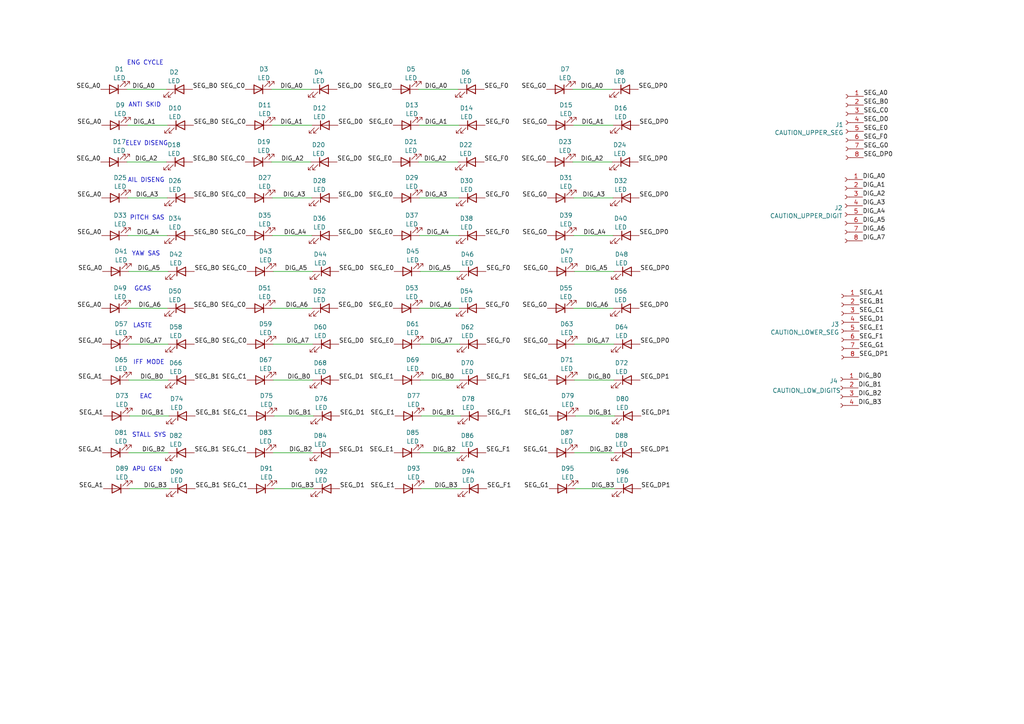
<source format=kicad_sch>
(kicad_sch (version 20211123) (generator eeschema)
  (paper "A4")
  (lib_symbols
    (symbol "Connector:Conn_01x04_Female" (pin_names (offset 1.016) hide)
      (property "Reference" "J" (at 0 5.08 0))
      (property "Value" "Conn_01x04_Female" (at 0 -7.62 0))
      (symbol "Conn_01x04_Female_1_1"
        (arc (start 0 -4.572) (mid -0.508 -5.08) (end 0 -5.588) (stroke (width 0.1524)))
        (arc (start 0 -2.032) (mid -0.508 -2.54) (end 0 -3.048) (stroke (width 0.1524)))
        (polyline (pts (xy -1.27 -5.08) (xy -0.508 -5.08)) (stroke (width 0.1524)))
        (polyline (pts (xy -1.27 -2.54) (xy -0.508 -2.54)) (stroke (width 0.1524)))
        (polyline (pts (xy -1.27 0) (xy -0.508 0)) (stroke (width 0.1524)))
        (polyline (pts (xy -1.27 2.54) (xy -0.508 2.54)) (stroke (width 0.1524)))
        (arc (start 0 0.508) (mid -0.508 0) (end 0 -0.508) (stroke (width 0.1524)))
        (arc (start 0 3.048) (mid -0.508 2.54) (end 0 2.032) (stroke (width 0.1524)))
        (pin passive line (at -5.08 2.54 0) (length 3.81) (name "Pin_1") (number "1"))
        (pin passive line (at -5.08 0 0) (length 3.81) (name "Pin_2") (number "2"))
        (pin passive line (at -5.08 -2.54 0) (length 3.81) (name "Pin_3") (number "3"))
        (pin passive line (at -5.08 -5.08 0) (length 3.81) (name "Pin_4") (number "4"))
      )
    )
    (symbol "Connector:Conn_01x08_Female" (pin_names (offset 1.016) hide)
      (property "Reference" "J" (at 0 10.16 0))
      (property "Value" "Conn_01x08_Female" (at 0 -12.7 0))
      (symbol "Conn_01x08_Female_1_1"
        (arc (start 0 -9.652) (mid -0.508 -10.16) (end 0 -10.668) (stroke (width 0.1524)))
        (arc (start 0 -7.112) (mid -0.508 -7.62) (end 0 -8.128) (stroke (width 0.1524)))
        (arc (start 0 -4.572) (mid -0.508 -5.08) (end 0 -5.588) (stroke (width 0.1524)))
        (arc (start 0 -2.032) (mid -0.508 -2.54) (end 0 -3.048) (stroke (width 0.1524)))
        (polyline (pts (xy -1.27 -10.16) (xy -0.508 -10.16)) (stroke (width 0.1524)))
        (polyline (pts (xy -1.27 -7.62) (xy -0.508 -7.62)) (stroke (width 0.1524)))
        (polyline (pts (xy -1.27 -5.08) (xy -0.508 -5.08)) (stroke (width 0.1524)))
        (polyline (pts (xy -1.27 -2.54) (xy -0.508 -2.54)) (stroke (width 0.1524)))
        (polyline (pts (xy -1.27 0) (xy -0.508 0)) (stroke (width 0.1524)))
        (polyline (pts (xy -1.27 2.54) (xy -0.508 2.54)) (stroke (width 0.1524)))
        (polyline (pts (xy -1.27 5.08) (xy -0.508 5.08)) (stroke (width 0.1524)))
        (polyline (pts (xy -1.27 7.62) (xy -0.508 7.62)) (stroke (width 0.1524)))
        (arc (start 0 0.508) (mid -0.508 0) (end 0 -0.508) (stroke (width 0.1524)))
        (arc (start 0 3.048) (mid -0.508 2.54) (end 0 2.032) (stroke (width 0.1524)))
        (arc (start 0 5.588) (mid -0.508 5.08) (end 0 4.572) (stroke (width 0.1524)))
        (arc (start 0 8.128) (mid -0.508 7.62) (end 0 7.112) (stroke (width 0.1524)))
        (pin passive line (at -5.08 7.62 0) (length 3.81) (name "Pin_1") (number "1"))
        (pin passive line (at -5.08 5.08 0) (length 3.81) (name "Pin_2") (number "2"))
        (pin passive line (at -5.08 2.54 0) (length 3.81) (name "Pin_3") (number "3"))
        (pin passive line (at -5.08 0 0) (length 3.81) (name "Pin_4") (number "4"))
        (pin passive line (at -5.08 -2.54 0) (length 3.81) (name "Pin_5") (number "5"))
        (pin passive line (at -5.08 -5.08 0) (length 3.81) (name "Pin_6") (number "6"))
        (pin passive line (at -5.08 -7.62 0) (length 3.81) (name "Pin_7") (number "7"))
        (pin passive line (at -5.08 -10.16 0) (length 3.81) (name "Pin_8") (number "8"))
      )
    )
    (symbol "Device:LED" (pin_numbers hide) (pin_names (offset 1.016) hide)
      (property "Reference" "D" (at 0 2.54 0))
      (property "Value" "LED" (at 0 -2.54 0))
      (symbol "LED_0_1"
        (polyline (pts (xy -1.27 -1.27) (xy -1.27 1.27)) (stroke (width 0.254)))
        (polyline (pts (xy -1.27 0) (xy 1.27 0)))
        (polyline (pts (xy 1.27 -1.27) (xy 1.27 1.27) (xy -1.27 0) (xy 1.27 -1.27)) (stroke (width 0.254)))
        (polyline (pts (xy -3.048 -0.762) (xy -4.572 -2.286) (xy -3.81 -2.286) (xy -4.572 -2.286) (xy -4.572 -1.524)))
        (polyline (pts (xy -1.778 -0.762) (xy -3.302 -2.286) (xy -2.54 -2.286) (xy -3.302 -2.286) (xy -3.302 -1.524)))
      )
      (symbol "LED_1_1"
        (pin passive line (at -3.81 0 0) (length 2.54) (name "K") (number "1"))
        (pin passive line (at 3.81 0 180) (length 2.54) (name "A") (number "2"))
      )
    )
  )
  (wire (pts (xy 121.666 89.408) (xy 133.096 89.408)))
  (wire (pts (xy 166.878 120.65) (xy 178.308 120.65)))
  (wire (pts (xy 37.592 120.65) (xy 49.022 120.65)))
  (wire (pts (xy 166.624 131.318) (xy 178.054 131.318)))
  (wire (pts (xy 78.994 68.326) (xy 90.424 68.326)))
  (wire (pts (xy 37.338 110.236) (xy 48.768 110.236)))
  (wire (pts (xy 37.592 141.732) (xy 49.022 141.732)))
  (wire (pts (xy 166.116 46.99) (xy 177.546 46.99)))
  (wire (pts (xy 121.92 110.236) (xy 133.35 110.236)))
  (wire (pts (xy 79.248 99.822) (xy 90.678 99.822)))
  (wire (pts (xy 37.338 99.822) (xy 48.768 99.822)))
  (wire (pts (xy 79.248 110.236) (xy 90.678 110.236)))
  (wire (pts (xy 166.37 57.404) (xy 177.8 57.404)))
  (wire (pts (xy 166.37 89.408) (xy 177.8 89.408)))
  (wire (pts (xy 166.37 36.322) (xy 177.8 36.322)))
  (wire (pts (xy 122.174 141.732) (xy 133.604 141.732)))
  (wire (pts (xy 37.084 68.326) (xy 48.514 68.326)))
  (wire (pts (xy 121.666 68.326) (xy 133.096 68.326)))
  (wire (pts (xy 166.37 68.326) (xy 177.8 68.326)))
  (wire (pts (xy 166.624 99.822) (xy 178.054 99.822)))
  (wire (pts (xy 78.74 25.908) (xy 90.17 25.908)))
  (wire (pts (xy 36.83 46.99) (xy 48.26 46.99)))
  (wire (pts (xy 79.502 120.65) (xy 90.932 120.65)))
  (wire (pts (xy 79.502 141.732) (xy 90.932 141.732)))
  (wire (pts (xy 79.248 131.318) (xy 90.678 131.318)))
  (wire (pts (xy 37.084 36.322) (xy 48.514 36.322)))
  (wire (pts (xy 37.338 78.74) (xy 48.768 78.74)))
  (wire (pts (xy 166.878 141.732) (xy 178.308 141.732)))
  (wire (pts (xy 121.666 57.404) (xy 133.096 57.404)))
  (wire (pts (xy 166.624 78.74) (xy 178.054 78.74)))
  (wire (pts (xy 121.412 46.99) (xy 132.842 46.99)))
  (wire (pts (xy 166.624 110.236) (xy 178.054 110.236)))
  (wire (pts (xy 79.248 78.74) (xy 90.678 78.74)))
  (wire (pts (xy 121.412 25.908) (xy 132.842 25.908)))
  (wire (pts (xy 37.084 89.408) (xy 48.514 89.408)))
  (wire (pts (xy 78.994 36.322) (xy 90.424 36.322)))
  (wire (pts (xy 78.74 46.99) (xy 90.17 46.99)))
  (wire (pts (xy 37.084 57.404) (xy 48.514 57.404)))
  (wire (pts (xy 121.92 99.822) (xy 133.35 99.822)))
  (wire (pts (xy 37.338 131.318) (xy 48.768 131.318)))
  (wire (pts (xy 78.994 89.408) (xy 90.424 89.408)))
  (wire (pts (xy 36.83 25.908) (xy 48.26 25.908)))
  (wire (pts (xy 121.92 78.74) (xy 133.35 78.74)))
  (wire (pts (xy 78.994 57.404) (xy 90.424 57.404)))
  (wire (pts (xy 166.116 25.908) (xy 177.546 25.908)))
  (wire (pts (xy 122.174 120.65) (xy 133.604 120.65)))
  (wire (pts (xy 121.666 36.322) (xy 133.096 36.322)))
  (wire (pts (xy 121.92 131.318) (xy 133.35 131.318)))
  (text "ELEV DISENG" (at 48.768 42.418 180) (effects (font (size 1.27 1.27)) (justify right bottom)))
  (text "ANTI SKID" (at 46.736 31.242 180) (effects (font (size 1.27 1.27)) (justify right bottom)))
  (text "PITCH SAS" (at 47.752 64.008 180) (effects (font (size 1.27 1.27)) (justify right bottom)))
  (text "STALL SYS" (at 48.26 127 180) (effects (font (size 1.27 1.27)) (justify right bottom)))
  (text "APU GEN" (at 46.99 136.906 180) (effects (font (size 1.27 1.27)) (justify right bottom)))
  (text "LASTE" (at 44.196 95.25 180) (effects (font (size 1.27 1.27)) (justify right bottom)))
  (text "EAC" (at 44.196 115.824 180) (effects (font (size 1.27 1.27)) (justify right bottom)))
  (text "ENG CYCLE" (at 47.498 19.05 180) (effects (font (size 1.27 1.27)) (justify right bottom)))
  (text "IFF MODE" (at 47.752 105.918 180) (effects (font (size 1.27 1.27)) (justify right bottom)))
  (text "YAW SAS" (at 46.482 74.422 180) (effects (font (size 1.27 1.27)) (justify right bottom)))
  (text "GCAS" (at 43.942 84.582 180) (effects (font (size 1.27 1.27)) (justify right bottom)))
  (text "AIL DISENG" (at 47.752 53.086 180) (effects (font (size 1.27 1.27)) (justify right bottom)))
  (label "SEG_DP0" (at 250.444 45.72 0))
  (label "DIG_A7" (at 170.18 99.822 0))
  (label "SEG_G0" (at 158.75 57.404 180))
  (label "DIG_A2" (at 81.534 46.99 0))
  (label "SEG_A1" (at 249.174 85.852 0))
  (label "SEG_F0" (at 140.716 36.322 0))
  (label "SEG_DP0" (at 185.42 68.326 0))
  (label "SEG_E0" (at 114.046 57.404 180))
  (label "SEG_D0" (at 97.79 25.908 0))
  (label "DIG_B3" (at 248.92 117.602 0))
  (label "DIG_A4" (at 123.698 68.326 0))
  (label "SEG_DP0" (at 185.42 57.404 0))
  (label "SEG_F0" (at 140.97 99.822 0))
  (label "DIG_A0" (at 250.19 52.07 0))
  (label "SEG_G0" (at 158.75 68.326 180))
  (label "SEG_A0" (at 29.718 78.74 180))
  (label "DIG_B0" (at 124.968 110.236 0))
  (label "SEG_G1" (at 159.258 141.732 180))
  (label "SEG_E0" (at 114.3 78.74 180))
  (label "SEG_A0" (at 29.718 99.822 180))
  (label "SEG_B1" (at 249.174 88.392 0))
  (label "DIG_A1" (at 168.656 36.322 0))
  (label "DIG_A4" (at 39.624 68.326 0))
  (label "DIG_A2" (at 39.116 46.99 0))
  (label "SEG_C0" (at 71.12 46.99 180))
  (label "DIG_B3" (at 41.656 141.732 0))
  (label "SEG_C1" (at 71.628 131.318 180))
  (label "SEG_E1" (at 114.3 131.318 180))
  (label "SEG_E0" (at 113.792 25.908 180))
  (label "SEG_B1" (at 56.388 131.318 0))
  (label "DIG_A5" (at 250.19 64.77 0))
  (label "SEG_D1" (at 98.552 141.732 0))
  (label "SEG_F0" (at 140.716 89.408 0))
  (label "SEG_D0" (at 98.298 99.822 0))
  (label "DIG_A5" (at 82.55 78.74 0))
  (label "DIG_A6" (at 40.132 89.408 0))
  (label "SEG_A0" (at 29.464 89.408 180))
  (label "SEG_C1" (at 71.882 120.65 180))
  (label "DIG_A2" (at 250.19 57.15 0))
  (label "DIG_B2" (at 248.92 115.062 0))
  (label "DIG_A0" (at 44.958 25.908 180))
  (label "DIG_A5" (at 124.206 78.74 0))
  (label "DIG_A6" (at 124.46 89.408 0))
  (label "SEG_G0" (at 158.496 25.908 180))
  (label "SEG_F1" (at 140.97 131.318 0))
  (label "SEG_DP0" (at 185.166 46.99 0))
  (label "SEG_F1" (at 141.224 120.65 0))
  (label "DIG_B2" (at 125.476 131.318 0))
  (label "SEG_A0" (at 29.464 68.326 180))
  (label "SEG_DP1" (at 249.174 103.632 0))
  (label "SEG_D0" (at 98.298 78.74 0))
  (label "SEG_C1" (at 249.174 90.932 0))
  (label "SEG_A1" (at 29.972 120.65 180))
  (label "SEG_DP0" (at 185.166 25.908 0))
  (label "SEG_B0" (at 56.388 99.822 0))
  (label "SEG_B0" (at 56.134 68.326 0))
  (label "SEG_B0" (at 56.134 57.404 0))
  (label "DIG_A3" (at 82.042 57.404 0))
  (label "DIG_B2" (at 83.82 131.318 0))
  (label "SEG_B0" (at 55.88 25.908 0))
  (label "SEG_B0" (at 56.134 89.408 0))
  (label "DIG_B3" (at 171.45 141.732 0))
  (label "DIG_A7" (at 83.058 99.822 0))
  (label "SEG_D0" (at 98.044 68.326 0))
  (label "SEG_DP0" (at 185.42 89.408 0))
  (label "SEG_B1" (at 56.642 141.732 0))
  (label "SEG_F0" (at 140.462 46.99 0))
  (label "SEG_DP0" (at 185.42 36.322 0))
  (label "DIG_B3" (at 84.328 141.732 0))
  (label "SEG_F0" (at 140.716 68.326 0))
  (label "SEG_A1" (at 29.718 131.318 180))
  (label "SEG_DP0" (at 185.674 99.822 0))
  (label "DIG_A3" (at 39.37 57.404 0))
  (label "SEG_A1" (at 29.972 141.732 180))
  (label "DIG_A5" (at 169.672 78.74 0))
  (label "DIG_A0" (at 87.884 25.908 180))
  (label "SEG_D1" (at 98.552 120.65 0))
  (label "DIG_A6" (at 169.926 89.408 0))
  (label "SEG_B1" (at 56.642 120.65 0))
  (label "SEG_E0" (at 113.792 46.99 180))
  (label "DIG_A3" (at 123.19 57.404 0))
  (label "SEG_DP1" (at 185.674 131.318 0))
  (label "SEG_C0" (at 71.12 25.908 180))
  (label "SEG_B0" (at 250.444 30.48 0))
  (label "SEG_D1" (at 98.298 131.318 0))
  (label "DIG_B1" (at 248.92 112.522 0))
  (label "SEG_F1" (at 141.224 141.732 0))
  (label "SEG_C0" (at 250.444 33.02 0))
  (label "SEG_E0" (at 114.046 36.322 180))
  (label "SEG_F0" (at 140.97 78.74 0))
  (label "SEG_F0" (at 140.462 25.908 0))
  (label "SEG_DP0" (at 185.674 78.74 0))
  (label "SEG_C1" (at 71.628 110.236 180))
  (label "SEG_E1" (at 114.3 110.236 180))
  (label "SEG_G1" (at 159.004 110.236 180))
  (label "SEG_G0" (at 159.004 78.74 180))
  (label "SEG_G0" (at 250.444 43.18 0))
  (label "SEG_DP1" (at 185.928 120.65 0))
  (label "SEG_G1" (at 159.004 131.318 180))
  (label "DIG_B2" (at 41.148 131.318 0))
  (label "DIG_A3" (at 168.91 57.404 0))
  (label "DIG_B0" (at 170.434 110.236 0))
  (label "DIG_A1" (at 250.19 54.61 0))
  (label "SEG_E1" (at 114.554 141.732 180))
  (label "DIG_A5" (at 39.878 78.74 0))
  (label "SEG_E1" (at 114.554 120.65 180))
  (label "SEG_G0" (at 158.75 89.408 180))
  (label "SEG_D0" (at 98.044 57.404 0))
  (label "SEG_C1" (at 71.882 141.732 180))
  (label "SEG_E0" (at 114.046 68.326 180))
  (label "DIG_A2" (at 168.402 46.99 0))
  (label "DIG_A1" (at 123.19 36.322 0))
  (label "SEG_B0" (at 56.134 36.322 0))
  (label "SEG_C0" (at 71.374 68.326 180))
  (label "DIG_A4" (at 82.296 68.326 0))
  (label "SEG_C0" (at 71.628 78.74 180))
  (label "SEG_E1" (at 249.174 96.012 0))
  (label "SEG_G0" (at 158.496 46.99 180))
  (label "DIG_A4" (at 169.164 68.326 0))
  (label "SEG_G0" (at 158.75 36.322 180))
  (label "SEG_DP1" (at 185.674 110.236 0))
  (label "SEG_F1" (at 249.174 98.552 0))
  (label "SEG_G1" (at 159.258 120.65 180))
  (label "SEG_B0" (at 56.388 78.74 0))
  (label "SEG_D1" (at 249.174 93.472 0))
  (label "SEG_D1" (at 98.298 110.236 0))
  (label "DIG_B1" (at 40.894 120.65 0))
  (label "DIG_B1" (at 125.222 120.65 0))
  (label "SEG_A0" (at 29.21 46.99 180))
  (label "SEG_A0" (at 29.464 57.404 180))
  (label "SEG_E0" (at 114.046 89.408 180))
  (label "DIG_B2" (at 170.942 131.318 0))
  (label "DIG_B1" (at 170.688 120.65 0))
  (label "DIG_B0" (at 83.312 110.236 0))
  (label "SEG_B0" (at 55.88 46.99 0))
  (label "DIG_B0" (at 40.64 110.236 0))
  (label "SEG_A0" (at 250.444 27.94 0))
  (label "DIG_B3" (at 125.984 141.732 0))
  (label "SEG_C0" (at 71.374 89.408 180))
  (label "DIG_A7" (at 250.19 69.85 0))
  (label "SEG_D0" (at 98.044 89.408 0))
  (label "DIG_B0" (at 248.92 109.982 0))
  (label "SEG_D0" (at 250.444 35.56 0))
  (label "SEG_C0" (at 71.628 99.822 180))
  (label "DIG_A6" (at 250.19 67.31 0))
  (label "SEG_D0" (at 98.044 36.322 0))
  (label "DIG_A0" (at 129.794 25.908 180))
  (label "SEG_A0" (at 29.464 36.322 180))
  (label "DIG_A0" (at 175.006 25.908 180))
  (label "DIG_A1" (at 38.608 36.322 0))
  (label "DIG_A4" (at 250.19 62.23 0))
  (label "DIG_A7" (at 40.386 99.822 0))
  (label "SEG_DP1" (at 185.928 141.732 0))
  (label "SEG_E0" (at 250.444 38.1 0))
  (label "SEG_E0" (at 114.3 99.822 180))
  (label "DIG_A3" (at 250.19 59.69 0))
  (label "SEG_C0" (at 71.374 36.322 180))
  (label "DIG_B1" (at 83.566 120.65 0))
  (label "SEG_F0" (at 140.716 57.404 0))
  (label "SEG_D0" (at 97.79 46.99 0))
  (label "SEG_G0" (at 159.004 99.822 180))
  (label "DIG_A7" (at 124.714 99.822 0))
  (label "SEG_A0" (at 29.21 25.908 180))
  (label "SEG_F1" (at 140.97 110.236 0))
  (label "SEG_A1" (at 29.718 110.236 180))
  (label "DIG_A1" (at 81.28 36.322 0))
  (label "SEG_B1" (at 56.388 110.236 0))
  (label "DIG_A2" (at 122.936 46.99 0))
  (label "DIG_A6" (at 82.804 89.408 0))
  (label "SEG_C0" (at 71.374 57.404 180))
  (label "SEG_F0" (at 250.444 40.64 0))
  (label "SEG_G1" (at 249.174 101.092 0))
  (symbol (lib_id "Device:LED") (at 162.56 57.404 180) (unit 1)
    (property "Reference" "D31" (at 164.1475 51.5452 0))
    (property "Value" "LED" (at 164.1475 54.0821 0))
    (property "Footprint" "LED_THT:LED_D5.0mm" (effects hide))
  )
  (symbol (lib_id "Device:LED") (at 163.068 141.732 180) (unit 1)
    (property "Reference" "D95" (at 164.6555 135.8732 0))
    (property "Value" "LED" (at 164.6555 138.4101 0))
    (property "Footprint" "LED_THT:LED_D5.0mm" (effects hide))
  )
  (symbol (lib_id "Device:LED") (at 33.782 141.732 180) (unit 1)
    (property "Reference" "D89" (at 35.3695 135.8732 0))
    (property "Value" "LED" (at 35.3695 138.4101 0))
    (property "Footprint" "LED_THT:LED_D5.0mm" (effects hide))
  )
  (symbol (lib_id "Device:LED") (at 52.324 89.408 0) (unit 1)
    (property "Reference" "D50" (at 50.7365 84.4382 0))
    (property "Value" "LED" (at 50.7365 86.9751 0))
    (property "Footprint" "LED_THT:LED_D5.0mm" (effects hide))
  )
  (symbol (lib_id "Device:LED") (at 33.274 68.326 180) (unit 1)
    (property "Reference" "D33" (at 34.8615 62.4672 0))
    (property "Value" "LED" (at 34.8615 65.0041 0))
    (property "Footprint" "LED_THT:LED_D5.0mm" (effects hide))
  )
  (symbol (lib_id "Device:LED") (at 117.856 89.408 180) (unit 1)
    (property "Reference" "D53" (at 119.4435 83.5492 0))
    (property "Value" "LED" (at 119.4435 86.0861 0))
    (property "Footprint" "LED_THT:LED_D5.0mm" (effects hide))
  )
  (symbol (lib_id "Device:LED") (at 94.488 110.236 0) (unit 1)
    (property "Reference" "D68" (at 92.9005 105.2662 0))
    (property "Value" "LED" (at 92.9005 107.8031 0))
    (property "Footprint" "LED_THT:LED_D5.0mm" (effects hide))
  )
  (symbol (lib_id "Device:LED") (at 33.274 89.408 180) (unit 1)
    (property "Reference" "D49" (at 34.8615 83.5492 0))
    (property "Value" "LED" (at 34.8615 86.0861 0))
    (property "Footprint" "LED_THT:LED_D5.0mm" (effects hide))
  )
  (symbol (lib_id "Device:LED") (at 74.93 25.908 180) (unit 1)
    (property "Reference" "D3" (at 76.5175 20.0492 0))
    (property "Value" "LED" (at 76.5175 22.5861 0))
    (property "Footprint" "LED_THT:LED_D5.0mm" (effects hide))
  )
  (symbol (lib_id "Device:LED") (at 52.578 78.74 0) (unit 1)
    (property "Reference" "D42" (at 50.9905 73.7702 0))
    (property "Value" "LED" (at 50.9905 76.3071 0))
    (property "Footprint" "LED_THT:LED_D5.0mm" (effects hide))
  )
  (symbol (lib_id "Device:LED") (at 75.692 120.65 180) (unit 1)
    (property "Reference" "D75" (at 77.2795 114.7912 0))
    (property "Value" "LED" (at 77.2795 117.3281 0))
    (property "Footprint" "LED_THT:LED_D5.0mm" (effects hide))
  )
  (symbol (lib_id "Connector:Conn_01x08_Female") (at 245.11 59.69 0) (mirror y) (unit 1)
    (property "Reference" "J2" (at 244.3988 60.2996 0) (effects (justify left)))
    (property "Value" "CAUTION_UPPER_DIGIT" (at 244.3988 62.611 0) (effects (justify left)))
    (property "Footprint" "Connector_Molex:Molex_KK-254_AE-6410-08A_1x08_P2.54mm_Vertical" (effects hide))
  )
  (symbol (lib_id "Device:LED") (at 117.856 68.326 180) (unit 1)
    (property "Reference" "D37" (at 119.4435 62.4672 0))
    (property "Value" "LED" (at 119.4435 65.0041 0))
    (property "Footprint" "LED_THT:LED_D5.0mm" (effects hide))
  )
  (symbol (lib_id "Device:LED") (at 52.578 110.236 0) (unit 1)
    (property "Reference" "D66" (at 50.9905 105.2662 0))
    (property "Value" "LED" (at 50.9905 107.8031 0))
    (property "Footprint" "LED_THT:LED_D5.0mm" (effects hide))
  )
  (symbol (lib_id "Device:LED") (at 181.61 57.404 0) (unit 1)
    (property "Reference" "D32" (at 180.0225 52.4342 0))
    (property "Value" "LED" (at 180.0225 54.9711 0))
    (property "Footprint" "LED_THT:LED_D5.0mm" (effects hide))
  )
  (symbol (lib_id "Device:LED") (at 137.16 78.74 0) (unit 1)
    (property "Reference" "D46" (at 135.5725 73.7702 0))
    (property "Value" "LED" (at 135.5725 76.3071 0))
    (property "Footprint" "LED_THT:LED_D5.0mm" (effects hide))
  )
  (symbol (lib_id "Device:LED") (at 137.16 131.318 0) (unit 1)
    (property "Reference" "D86" (at 135.5725 126.3482 0))
    (property "Value" "LED" (at 135.5725 128.8851 0))
    (property "Footprint" "LED_THT:LED_D5.0mm" (effects hide))
  )
  (symbol (lib_id "Device:LED") (at 75.438 131.318 180) (unit 1)
    (property "Reference" "D83" (at 77.0255 125.4592 0))
    (property "Value" "LED" (at 77.0255 127.9961 0))
    (property "Footprint" "LED_THT:LED_D5.0mm" (effects hide))
  )
  (symbol (lib_id "Device:LED") (at 33.528 110.236 180) (unit 1)
    (property "Reference" "D65" (at 35.1155 104.3772 0))
    (property "Value" "LED" (at 35.1155 106.9141 0))
    (property "Footprint" "LED_THT:LED_D5.0mm" (effects hide))
  )
  (symbol (lib_id "Device:LED") (at 181.356 25.908 0) (unit 1)
    (property "Reference" "D8" (at 179.7685 20.9382 0))
    (property "Value" "LED" (at 179.7685 23.4751 0))
    (property "Footprint" "LED_THT:LED_D5.0mm" (effects hide))
  )
  (symbol (lib_id "Device:LED") (at 137.414 120.65 0) (unit 1)
    (property "Reference" "D78" (at 135.8265 115.6802 0))
    (property "Value" "LED" (at 135.8265 118.2171 0))
    (property "Footprint" "LED_THT:LED_D5.0mm" (effects hide))
  )
  (symbol (lib_id "Device:LED") (at 117.856 57.404 180) (unit 1)
    (property "Reference" "D29" (at 119.4435 51.5452 0))
    (property "Value" "LED" (at 119.4435 54.0821 0))
    (property "Footprint" "LED_THT:LED_D5.0mm" (effects hide))
  )
  (symbol (lib_id "Device:LED") (at 162.306 46.99 180) (unit 1)
    (property "Reference" "D23" (at 163.8935 41.1312 0))
    (property "Value" "LED" (at 163.8935 43.6681 0))
    (property "Footprint" "LED_THT:LED_D5.0mm" (effects hide))
  )
  (symbol (lib_id "Connector:Conn_01x08_Female") (at 245.364 35.56 0) (mirror y) (unit 1)
    (property "Reference" "J1" (at 244.6528 36.1696 0) (effects (justify left)))
    (property "Value" "CAUTION_UPPER_SEG" (at 244.6528 38.481 0) (effects (justify left)))
    (property "Footprint" "Connector_Molex:Molex_KK-254_AE-6410-08A_1x08_P2.54mm_Vertical" (effects hide))
  )
  (symbol (lib_id "Connector:Conn_01x08_Female") (at 244.094 93.472 0) (mirror y) (unit 1)
    (property "Reference" "J3" (at 243.3828 94.0816 0) (effects (justify left)))
    (property "Value" "CAUTION_LOWER_SEG" (at 243.3828 96.393 0) (effects (justify left)))
    (property "Footprint" "Connector_Molex:Molex_KK-254_AE-6410-08A_1x08_P2.54mm_Vertical" (effects hide))
  )
  (symbol (lib_id "Device:LED") (at 75.184 68.326 180) (unit 1)
    (property "Reference" "D35" (at 76.7715 62.4672 0))
    (property "Value" "LED" (at 76.7715 65.0041 0))
    (property "Footprint" "LED_THT:LED_D5.0mm" (effects hide))
  )
  (symbol (lib_id "Connector:Conn_01x04_Female") (at 243.84 112.522 0) (mirror y) (unit 1)
    (property "Reference" "J4" (at 241.808 110.49 0))
    (property "Value" "CAUTION_LOW_DIGITS" (at 233.934 113.284 0))
    (property "Footprint" "Connector_Molex:Molex_KK-254_AE-6410-04A_1x04_P2.54mm_Vertical" (effects hide))
  )
  (symbol (lib_id "Device:LED") (at 162.56 36.322 180) (unit 1)
    (property "Reference" "D15" (at 164.1475 30.4632 0))
    (property "Value" "LED" (at 164.1475 33.0001 0))
    (property "Footprint" "LED_THT:LED_D5.0mm" (effects hide))
  )
  (symbol (lib_id "Device:LED") (at 137.16 110.236 0) (unit 1)
    (property "Reference" "D70" (at 135.5725 105.2662 0))
    (property "Value" "LED" (at 135.5725 107.8031 0))
    (property "Footprint" "LED_THT:LED_D5.0mm" (effects hide))
  )
  (symbol (lib_id "Device:LED") (at 117.602 25.908 180) (unit 1)
    (property "Reference" "D5" (at 119.1895 20.0492 0))
    (property "Value" "LED" (at 119.1895 22.5861 0))
    (property "Footprint" "LED_THT:LED_D5.0mm" (effects hide))
  )
  (symbol (lib_id "Device:LED") (at 162.56 68.326 180) (unit 1)
    (property "Reference" "D39" (at 164.1475 62.4672 0))
    (property "Value" "LED" (at 164.1475 65.0041 0))
    (property "Footprint" "LED_THT:LED_D5.0mm" (effects hide))
  )
  (symbol (lib_id "Device:LED") (at 181.61 68.326 0) (unit 1)
    (property "Reference" "D40" (at 180.0225 63.3562 0))
    (property "Value" "LED" (at 180.0225 65.8931 0))
    (property "Footprint" "LED_THT:LED_D5.0mm" (effects hide))
  )
  (symbol (lib_id "Device:LED") (at 136.906 68.326 0) (unit 1)
    (property "Reference" "D38" (at 135.3185 63.3562 0))
    (property "Value" "LED" (at 135.3185 65.8931 0))
    (property "Footprint" "LED_THT:LED_D5.0mm" (effects hide))
  )
  (symbol (lib_id "Device:LED") (at 52.578 99.822 0) (unit 1)
    (property "Reference" "D58" (at 50.9905 94.8522 0))
    (property "Value" "LED" (at 50.9905 97.3891 0))
    (property "Footprint" "LED_THT:LED_D5.0mm" (effects hide))
  )
  (symbol (lib_id "Device:LED") (at 93.98 25.908 0) (unit 1)
    (property "Reference" "D4" (at 92.3925 20.9382 0))
    (property "Value" "LED" (at 92.3925 23.4751 0))
    (property "Footprint" "LED_THT:LED_D5.0mm" (effects hide))
  )
  (symbol (lib_id "Device:LED") (at 94.488 131.318 0) (unit 1)
    (property "Reference" "D84" (at 92.9005 126.3482 0))
    (property "Value" "LED" (at 92.9005 128.8851 0))
    (property "Footprint" "LED_THT:LED_D5.0mm" (effects hide))
  )
  (symbol (lib_id "Device:LED") (at 136.906 89.408 0) (unit 1)
    (property "Reference" "D54" (at 135.3185 84.4382 0))
    (property "Value" "LED" (at 135.3185 86.9751 0))
    (property "Footprint" "LED_THT:LED_D5.0mm" (effects hide))
  )
  (symbol (lib_id "Device:LED") (at 33.274 57.404 180) (unit 1)
    (property "Reference" "D25" (at 34.8615 51.5452 0))
    (property "Value" "LED" (at 34.8615 54.0821 0))
    (property "Footprint" "LED_THT:LED_D5.0mm" (effects hide))
  )
  (symbol (lib_id "Device:LED") (at 94.234 89.408 0) (unit 1)
    (property "Reference" "D52" (at 92.6465 84.4382 0))
    (property "Value" "LED" (at 92.6465 86.9751 0))
    (property "Footprint" "LED_THT:LED_D5.0mm" (effects hide))
  )
  (symbol (lib_id "Device:LED") (at 181.864 78.74 0) (unit 1)
    (property "Reference" "D48" (at 180.2765 73.7702 0))
    (property "Value" "LED" (at 180.2765 76.3071 0))
    (property "Footprint" "LED_THT:LED_D5.0mm" (effects hide))
  )
  (symbol (lib_id "Device:LED") (at 136.652 25.908 0) (unit 1)
    (property "Reference" "D6" (at 135.0645 20.9382 0))
    (property "Value" "LED" (at 135.0645 23.4751 0))
    (property "Footprint" "LED_THT:LED_D5.0mm" (effects hide))
  )
  (symbol (lib_id "Device:LED") (at 136.652 46.99 0) (unit 1)
    (property "Reference" "D22" (at 135.0645 42.0202 0))
    (property "Value" "LED" (at 135.0645 44.5571 0))
    (property "Footprint" "LED_THT:LED_D5.0mm" (effects hide))
  )
  (symbol (lib_id "Device:LED") (at 94.488 78.74 0) (unit 1)
    (property "Reference" "D44" (at 92.9005 73.7702 0))
    (property "Value" "LED" (at 92.9005 76.3071 0))
    (property "Footprint" "LED_THT:LED_D5.0mm" (effects hide))
  )
  (symbol (lib_id "Device:LED") (at 52.07 25.908 0) (unit 1)
    (property "Reference" "D2" (at 50.4825 20.9382 0))
    (property "Value" "LED" (at 50.4825 23.4751 0))
    (property "Footprint" "LED_THT:LED_D5.0mm" (effects hide))
  )
  (symbol (lib_id "Device:LED") (at 52.832 120.65 0) (unit 1)
    (property "Reference" "D74" (at 51.2445 115.6802 0))
    (property "Value" "LED" (at 51.2445 118.2171 0))
    (property "Footprint" "LED_THT:LED_D5.0mm" (effects hide))
  )
  (symbol (lib_id "Device:LED") (at 75.438 99.822 180) (unit 1)
    (property "Reference" "D59" (at 77.0255 93.9632 0))
    (property "Value" "LED" (at 77.0255 96.5001 0))
    (property "Footprint" "LED_THT:LED_D5.0mm" (effects hide))
  )
  (symbol (lib_id "Device:LED") (at 52.324 36.322 0) (unit 1)
    (property "Reference" "D10" (at 50.7365 31.3522 0))
    (property "Value" "LED" (at 50.7365 33.8891 0))
    (property "Footprint" "LED_THT:LED_D5.0mm" (effects hide))
  )
  (symbol (lib_id "Device:LED") (at 94.234 57.404 0) (unit 1)
    (property "Reference" "D28" (at 92.6465 52.4342 0))
    (property "Value" "LED" (at 92.6465 54.9711 0))
    (property "Footprint" "LED_THT:LED_D5.0mm" (effects hide))
  )
  (symbol (lib_id "Device:LED") (at 75.438 78.74 180) (unit 1)
    (property "Reference" "D43" (at 77.0255 72.8812 0))
    (property "Value" "LED" (at 77.0255 75.4181 0))
    (property "Footprint" "LED_THT:LED_D5.0mm" (effects hide))
  )
  (symbol (lib_id "Device:LED") (at 117.602 46.99 180) (unit 1)
    (property "Reference" "D21" (at 119.1895 41.1312 0))
    (property "Value" "LED" (at 119.1895 43.6681 0))
    (property "Footprint" "LED_THT:LED_D5.0mm" (effects hide))
  )
  (symbol (lib_id "Device:LED") (at 118.11 78.74 180) (unit 1)
    (property "Reference" "D45" (at 119.6975 72.8812 0))
    (property "Value" "LED" (at 119.6975 75.4181 0))
    (property "Footprint" "LED_THT:LED_D5.0mm" (effects hide))
  )
  (symbol (lib_id "Device:LED") (at 118.11 99.822 180) (unit 1)
    (property "Reference" "D61" (at 119.6975 93.9632 0))
    (property "Value" "LED" (at 119.6975 96.5001 0))
    (property "Footprint" "LED_THT:LED_D5.0mm" (effects hide))
  )
  (symbol (lib_id "Device:LED") (at 181.61 89.408 0) (unit 1)
    (property "Reference" "D56" (at 180.0225 84.4382 0))
    (property "Value" "LED" (at 180.0225 86.9751 0))
    (property "Footprint" "LED_THT:LED_D5.0mm" (effects hide))
  )
  (symbol (lib_id "Device:LED") (at 117.856 36.322 180) (unit 1)
    (property "Reference" "D13" (at 119.4435 30.4632 0))
    (property "Value" "LED" (at 119.4435 33.0001 0))
    (property "Footprint" "LED_THT:LED_D5.0mm" (effects hide))
  )
  (symbol (lib_id "Device:LED") (at 136.906 57.404 0) (unit 1)
    (property "Reference" "D30" (at 135.3185 52.4342 0))
    (property "Value" "LED" (at 135.3185 54.9711 0))
    (property "Footprint" "LED_THT:LED_D5.0mm" (effects hide))
  )
  (symbol (lib_id "Device:LED") (at 75.184 36.322 180) (unit 1)
    (property "Reference" "D11" (at 76.7715 30.4632 0))
    (property "Value" "LED" (at 76.7715 33.0001 0))
    (property "Footprint" "LED_THT:LED_D5.0mm" (effects hide))
  )
  (symbol (lib_id "Device:LED") (at 181.356 46.99 0) (unit 1)
    (property "Reference" "D24" (at 179.7685 42.0202 0))
    (property "Value" "LED" (at 179.7685 44.5571 0))
    (property "Footprint" "LED_THT:LED_D5.0mm" (effects hide))
  )
  (symbol (lib_id "Device:LED") (at 33.528 131.318 180) (unit 1)
    (property "Reference" "D81" (at 35.1155 125.4592 0))
    (property "Value" "LED" (at 35.1155 127.9961 0))
    (property "Footprint" "LED_THT:LED_D5.0mm" (effects hide))
  )
  (symbol (lib_id "Device:LED") (at 118.364 120.65 180) (unit 1)
    (property "Reference" "D77" (at 119.9515 114.7912 0))
    (property "Value" "LED" (at 119.9515 117.3281 0))
    (property "Footprint" "LED_THT:LED_D5.0mm" (effects hide))
  )
  (symbol (lib_id "Device:LED") (at 181.864 99.822 0) (unit 1)
    (property "Reference" "D64" (at 180.2765 94.8522 0))
    (property "Value" "LED" (at 180.2765 97.3891 0))
    (property "Footprint" "LED_THT:LED_D5.0mm" (effects hide))
  )
  (symbol (lib_id "Device:LED") (at 181.864 131.318 0) (unit 1)
    (property "Reference" "D88" (at 180.2765 126.3482 0))
    (property "Value" "LED" (at 180.2765 128.8851 0))
    (property "Footprint" "LED_THT:LED_D5.0mm" (effects hide))
  )
  (symbol (lib_id "Device:LED") (at 162.814 78.74 180) (unit 1)
    (property "Reference" "D47" (at 164.4015 72.8812 0))
    (property "Value" "LED" (at 164.4015 75.4181 0))
    (property "Footprint" "LED_THT:LED_D5.0mm" (effects hide))
  )
  (symbol (lib_id "Device:LED") (at 181.864 110.236 0) (unit 1)
    (property "Reference" "D72" (at 180.2765 105.2662 0))
    (property "Value" "LED" (at 180.2765 107.8031 0))
    (property "Footprint" "LED_THT:LED_D5.0mm" (effects hide))
  )
  (symbol (lib_id "Device:LED") (at 52.324 68.326 0) (unit 1)
    (property "Reference" "D34" (at 50.7365 63.3562 0))
    (property "Value" "LED" (at 50.7365 65.8931 0))
    (property "Footprint" "LED_THT:LED_D5.0mm" (effects hide))
  )
  (symbol (lib_id "Device:LED") (at 33.02 46.99 180) (unit 1)
    (property "Reference" "D17" (at 34.6075 41.1312 0))
    (property "Value" "LED" (at 34.6075 43.6681 0))
    (property "Footprint" "LED_THT:LED_D5.0mm" (effects hide))
  )
  (symbol (lib_id "Device:LED") (at 52.324 57.404 0) (unit 1)
    (property "Reference" "D26" (at 50.7365 52.4342 0))
    (property "Value" "LED" (at 50.7365 54.9711 0))
    (property "Footprint" "LED_THT:LED_D5.0mm" (effects hide))
  )
  (symbol (lib_id "Device:LED") (at 162.56 89.408 180) (unit 1)
    (property "Reference" "D55" (at 164.1475 83.5492 0))
    (property "Value" "LED" (at 164.1475 86.0861 0))
    (property "Footprint" "LED_THT:LED_D5.0mm" (effects hide))
  )
  (symbol (lib_id "Device:LED") (at 137.16 99.822 0) (unit 1)
    (property "Reference" "D62" (at 135.5725 94.8522 0))
    (property "Value" "LED" (at 135.5725 97.3891 0))
    (property "Footprint" "LED_THT:LED_D5.0mm" (effects hide))
  )
  (symbol (lib_id "Device:LED") (at 52.578 131.318 0) (unit 1)
    (property "Reference" "D82" (at 50.9905 126.3482 0))
    (property "Value" "LED" (at 50.9905 128.8851 0))
    (property "Footprint" "LED_THT:LED_D5.0mm" (effects hide))
  )
  (symbol (lib_id "Device:LED") (at 33.528 99.822 180) (unit 1)
    (property "Reference" "D57" (at 35.1155 93.9632 0))
    (property "Value" "LED" (at 35.1155 96.5001 0))
    (property "Footprint" "LED_THT:LED_D5.0mm" (effects hide))
  )
  (symbol (lib_id "Device:LED") (at 74.93 46.99 180) (unit 1)
    (property "Reference" "D19" (at 76.5175 41.1312 0))
    (property "Value" "LED" (at 76.5175 43.6681 0))
    (property "Footprint" "LED_THT:LED_D5.0mm" (effects hide))
  )
  (symbol (lib_id "Device:LED") (at 162.814 110.236 180) (unit 1)
    (property "Reference" "D71" (at 164.4015 104.3772 0))
    (property "Value" "LED" (at 164.4015 106.9141 0))
    (property "Footprint" "LED_THT:LED_D5.0mm" (effects hide))
  )
  (symbol (lib_id "Device:LED") (at 181.61 36.322 0) (unit 1)
    (property "Reference" "D16" (at 180.0225 31.3522 0))
    (property "Value" "LED" (at 180.0225 33.8891 0))
    (property "Footprint" "LED_THT:LED_D5.0mm" (effects hide))
  )
  (symbol (lib_id "Device:LED") (at 163.068 120.65 180) (unit 1)
    (property "Reference" "D79" (at 164.6555 114.7912 0))
    (property "Value" "LED" (at 164.6555 117.3281 0))
    (property "Footprint" "LED_THT:LED_D5.0mm" (effects hide))
  )
  (symbol (lib_id "Device:LED") (at 136.906 36.322 0) (unit 1)
    (property "Reference" "D14" (at 135.3185 31.3522 0))
    (property "Value" "LED" (at 135.3185 33.8891 0))
    (property "Footprint" "LED_THT:LED_D5.0mm" (effects hide))
  )
  (symbol (lib_id "Device:LED") (at 52.07 46.99 0) (unit 1)
    (property "Reference" "D18" (at 50.4825 42.0202 0))
    (property "Value" "LED" (at 50.4825 44.5571 0))
    (property "Footprint" "LED_THT:LED_D5.0mm" (effects hide))
  )
  (symbol (lib_id "Device:LED") (at 75.184 57.404 180) (unit 1)
    (property "Reference" "D27" (at 76.7715 51.5452 0))
    (property "Value" "LED" (at 76.7715 54.0821 0))
    (property "Footprint" "LED_THT:LED_D5.0mm" (effects hide))
  )
  (symbol (lib_id "Device:LED") (at 75.692 141.732 180) (unit 1)
    (property "Reference" "D91" (at 77.2795 135.8732 0))
    (property "Value" "LED" (at 77.2795 138.4101 0))
    (property "Footprint" "LED_THT:LED_D5.0mm" (effects hide))
  )
  (symbol (lib_id "Device:LED") (at 94.234 36.322 0) (unit 1)
    (property "Reference" "D12" (at 92.6465 31.3522 0))
    (property "Value" "LED" (at 92.6465 33.8891 0))
    (property "Footprint" "LED_THT:LED_D5.0mm" (effects hide))
  )
  (symbol (lib_id "Device:LED") (at 162.306 25.908 180) (unit 1)
    (property "Reference" "D7" (at 163.8935 20.0492 0))
    (property "Value" "LED" (at 163.8935 22.5861 0))
    (property "Footprint" "LED_THT:LED_D5.0mm" (effects hide))
  )
  (symbol (lib_id "Device:LED") (at 118.11 131.318 180) (unit 1)
    (property "Reference" "D85" (at 119.6975 125.4592 0))
    (property "Value" "LED" (at 119.6975 127.9961 0))
    (property "Footprint" "LED_THT:LED_D5.0mm" (effects hide))
  )
  (symbol (lib_id "Device:LED") (at 94.234 68.326 0) (unit 1)
    (property "Reference" "D36" (at 92.6465 63.3562 0))
    (property "Value" "LED" (at 92.6465 65.8931 0))
    (property "Footprint" "LED_THT:LED_D5.0mm" (effects hide))
  )
  (symbol (lib_id "Device:LED") (at 182.118 120.65 0) (unit 1)
    (property "Reference" "D80" (at 180.5305 115.6802 0))
    (property "Value" "LED" (at 180.5305 118.2171 0))
    (property "Footprint" "LED_THT:LED_D5.0mm" (effects hide))
  )
  (symbol (lib_id "Device:LED") (at 75.438 110.236 180) (unit 1)
    (property "Reference" "D67" (at 77.0255 104.3772 0))
    (property "Value" "LED" (at 77.0255 106.9141 0))
    (property "Footprint" "LED_THT:LED_D5.0mm" (effects hide))
  )
  (symbol (lib_id "Device:LED") (at 118.364 141.732 180) (unit 1)
    (property "Reference" "D93" (at 119.9515 135.8732 0))
    (property "Value" "LED" (at 119.9515 138.4101 0))
    (property "Footprint" "LED_THT:LED_D5.0mm" (effects hide))
  )
  (symbol (lib_id "Device:LED") (at 94.488 99.822 0) (unit 1)
    (property "Reference" "D60" (at 92.9005 94.8522 0))
    (property "Value" "LED" (at 92.9005 97.3891 0))
    (property "Footprint" "LED_THT:LED_D5.0mm" (effects hide))
  )
  (symbol (lib_id "Device:LED") (at 94.742 120.65 0) (unit 1)
    (property "Reference" "D76" (at 93.1545 115.6802 0))
    (property "Value" "LED" (at 93.1545 118.2171 0))
    (property "Footprint" "LED_THT:LED_D5.0mm" (effects hide))
  )
  (symbol (lib_id "Device:LED") (at 33.782 120.65 180) (unit 1)
    (property "Reference" "D73" (at 35.3695 114.7912 0))
    (property "Value" "LED" (at 35.3695 117.3281 0))
    (property "Footprint" "LED_THT:LED_D5.0mm" (effects hide))
  )
  (symbol (lib_id "Device:LED") (at 93.98 46.99 0) (unit 1)
    (property "Reference" "D20" (at 92.3925 42.0202 0))
    (property "Value" "LED" (at 92.3925 44.5571 0))
    (property "Footprint" "LED_THT:LED_D5.0mm" (effects hide))
  )
  (symbol (lib_id "Device:LED") (at 75.184 89.408 180) (unit 1)
    (property "Reference" "D51" (at 76.7715 83.5492 0))
    (property "Value" "LED" (at 76.7715 86.0861 0))
    (property "Footprint" "LED_THT:LED_D5.0mm" (effects hide))
  )
  (symbol (lib_id "Device:LED") (at 52.832 141.732 0) (unit 1)
    (property "Reference" "D90" (at 51.2445 136.7622 0))
    (property "Value" "LED" (at 51.2445 139.2991 0))
    (property "Footprint" "LED_THT:LED_D5.0mm" (effects hide))
  )
  (symbol (lib_id "Device:LED") (at 33.274 36.322 180) (unit 1)
    (property "Reference" "D9" (at 34.8615 30.4632 0))
    (property "Value" "LED" (at 34.8615 33.0001 0))
    (property "Footprint" "LED_THT:LED_D5.0mm" (effects hide))
  )
  (symbol (lib_id "Device:LED") (at 33.02 25.908 180) (unit 1)
    (property "Reference" "D1" (at 34.6075 20.0492 0))
    (property "Value" "LED" (at 34.6075 22.5861 0))
    (property "Footprint" "LED_THT:LED_D5.0mm" (effects hide))
  )
  (symbol (lib_id "Device:LED") (at 137.414 141.732 0) (unit 1)
    (property "Reference" "D94" (at 135.8265 136.7622 0))
    (property "Value" "LED" (at 135.8265 139.2991 0))
    (property "Footprint" "LED_THT:LED_D5.0mm" (effects hide))
  )
  (symbol (lib_id "Device:LED") (at 182.118 141.732 0) (unit 1)
    (property "Reference" "D96" (at 180.5305 136.7622 0))
    (property "Value" "LED" (at 180.5305 139.2991 0))
    (property "Footprint" "LED_THT:LED_D5.0mm" (effects hide))
  )
  (symbol (lib_id "Device:LED") (at 162.814 131.318 180) (unit 1)
    (property "Reference" "D87" (at 164.4015 125.4592 0))
    (property "Value" "LED" (at 164.4015 127.9961 0))
    (property "Footprint" "LED_THT:LED_D5.0mm" (effects hide))
  )
  (symbol (lib_id "Device:LED") (at 118.11 110.236 180) (unit 1)
    (property "Reference" "D69" (at 119.6975 104.3772 0))
    (property "Value" "LED" (at 119.6975 106.9141 0))
    (property "Footprint" "LED_THT:LED_D5.0mm" (effects hide))
  )
  (symbol (lib_id "Device:LED") (at 94.742 141.732 0) (unit 1)
    (property "Reference" "D92" (at 93.1545 136.7622 0))
    (property "Value" "LED" (at 93.1545 139.2991 0))
    (property "Footprint" "LED_THT:LED_D5.0mm" (effects hide))
  )
  (symbol (lib_id "Device:LED") (at 162.814 99.822 180) (unit 1)
    (property "Reference" "D63" (at 164.4015 93.9632 0))
    (property "Value" "LED" (at 164.4015 96.5001 0))
    (property "Footprint" "LED_THT:LED_D5.0mm" (effects hide))
  )
  (symbol (lib_id "Device:LED") (at 33.528 78.74 180) (unit 1)
    (property "Reference" "D41" (at 35.1155 72.8812 0))
    (property "Value" "LED" (at 35.1155 75.4181 0))
    (property "Footprint" "LED_THT:LED_D5.0mm" (effects hide))
  )
)
</source>
